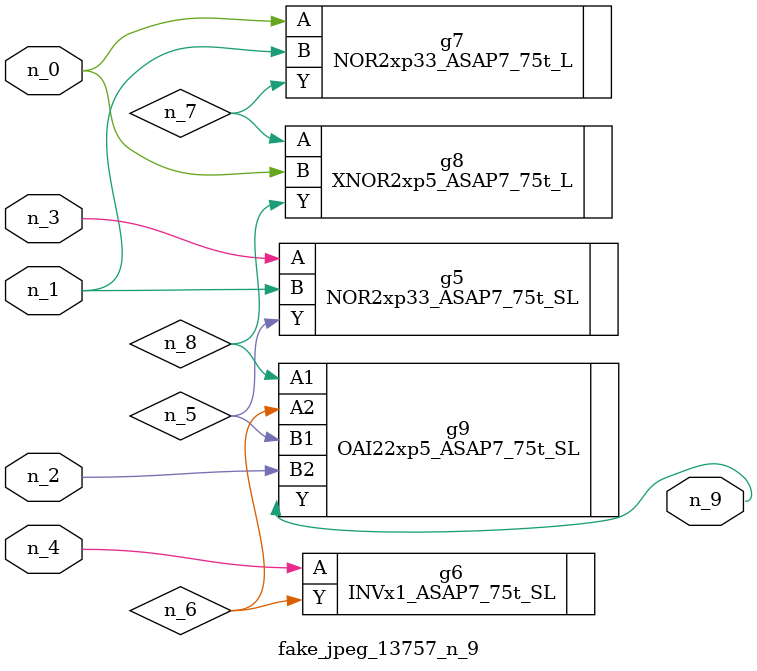
<source format=v>
module fake_jpeg_13757_n_9 (n_3, n_2, n_1, n_0, n_4, n_9);

input n_3;
input n_2;
input n_1;
input n_0;
input n_4;

output n_9;

wire n_8;
wire n_6;
wire n_5;
wire n_7;

NOR2xp33_ASAP7_75t_SL g5 ( 
.A(n_3),
.B(n_1),
.Y(n_5)
);

INVx1_ASAP7_75t_SL g6 ( 
.A(n_4),
.Y(n_6)
);

NOR2xp33_ASAP7_75t_L g7 ( 
.A(n_0),
.B(n_1),
.Y(n_7)
);

XNOR2xp5_ASAP7_75t_L g8 ( 
.A(n_7),
.B(n_0),
.Y(n_8)
);

OAI22xp5_ASAP7_75t_SL g9 ( 
.A1(n_8),
.A2(n_6),
.B1(n_5),
.B2(n_2),
.Y(n_9)
);


endmodule
</source>
